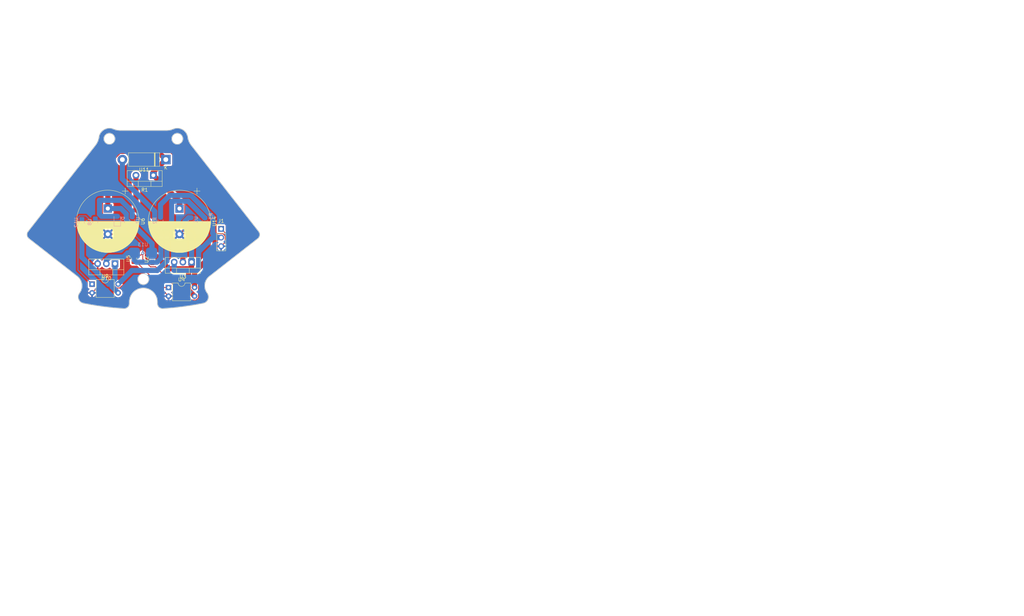
<source format=kicad_pcb>
(kicad_pcb (version 20240108) (generator "pcbnew") (generator_version "8.0")
  (layers (0 "F.Cu" signal) (31 "B.Cu" signal) (34 "B.Paste" user) (35 "F.Paste" user) (36 "B.SilkS" user "B.Silkscreen") (37 "F.SilkS" user "F.Silkscreen") (38 "B.Mask" user) (39 "F.Mask" user) (44 "Edge.Cuts" user))
  (net 0 "")
  (net 1 "GND")
  (net 2 "Net-(D1-A)")
  (net 3 "Net-(U11-K)")
  (net 4 "Net-(U3-D)")
  (net 5 "48V")
  (net 6 "12V")
  (net 7 "Net-(U3-G)")
  (net 8 "Net-(U4-A)")
  (net 9 "Kicker")
  (net 10 "Net-(U9-A)")
  (net 11 "Net-(U10-G)")
  (net 12 "Net-(U10-S)")
  (footprint "Resistor_SMD:R_0805_2012Metric_Pad1.20x1.40mm_HandSolder" (layer "F.Cu") (at 94.13 79.57 90)
    (property "Reference" "U5" (at 0 -1.65 90) (layer "F.SilkS"))
    (property "Value" "210")
    (pad "1" smd roundrect (at -1 0 90) (size 1.2 1.4) (layers "F.Cu" "F.Paste" "F.Mask") (roundrect_rratio 0.2083333333) (net 8 "Net-(U4-A)"))
    (pad "2" smd roundrect (at 1 0 90) (size 1.2 1.4) (layers "F.Cu" "F.Paste" "F.Mask") (roundrect_rratio 0.2083333333) (net 9 "Kicker"))
  )
  (footprint "Resistor_SMD:R_0805_2012Metric_Pad1.20x1.40mm_HandSolder" (layer "F.Cu") (at 99.47 79.89 90)
    (property "Reference" "U2" (at 0 -1.65 -90) (layer "F.SilkS"))
    (property "Value" "115k")
    (pad "1" smd roundrect (at -1 0 90) (size 1.2 1.4) (layers "F.Cu" "F.Paste" "F.Mask") (roundrect_rratio 0.2083333333) (net 1 "GND"))
    (pad "2" smd roundrect (at 1 0 90) (size 1.2 1.4) (layers "F.Cu" "F.Paste" "F.Mask") (roundrect_rratio 0.2083333333) (net 7 "Net-(U3-G)"))
  )
  (footprint "Capacitor_THT:CP_Radial_D18.0mm_P7.50mm" (layer "F.Cu") (at 107.426407 64.957108 -90)
    (property "Reference" "U14" (at 3.75 -10.25 90) (layer "F.SilkS"))
    (property "Value" "2200")
    (pad "1" thru_hole rect (at 0 0 270) (size 2.4 2.4) (drill 1.2) (layers "*.Cu" "*.Mask") (net 3 "Net-(U11-K)"))
    (pad "2" thru_hole circle (at 7.5 0 270) (size 2.4 2.4) (drill 1.2) (layers "*.Cu" "*.Mask") (net 1 "GND"))
  )
  (footprint "Package_DIP:DIP-4_W7.62mm" (layer "F.Cu") (at 81.87 87.075)
    (property "Reference" "U9" (at 3.81 -2.33 0) (layer "F.SilkS"))
    (property "Value" "Oprocoupler")
    (pad "1" thru_hole rect (at 0 0) (size 1.6 1.6) (drill 0.8) (layers "*.Cu" "*.Mask") (net 10 "Net-(U9-A)"))
    (pad "2" thru_hole oval (at 0 2.54) (size 1.6 1.6) (drill 0.8) (layers "*.Cu" "*.Mask") (net 1 "GND"))
    (pad "3" thru_hole oval (at 7.62 2.54) (size 1.6 1.6) (drill 0.8) (layers "*.Cu" "*.Mask") (net 11 "Net-(U10-G)"))
    (pad "4" thru_hole oval (at 7.62 0) (size 1.6 1.6) (drill 0.8) (layers "*.Cu" "*.Mask") (net 6 "12V"))
  )
  (footprint "Diode_THT:D_5W_P12.70mm_Horizontal" (layer "F.Cu") (at 103.43 50.62 180)
    (property "Reference" "U11" (at 6.35 -2.97 0) (layer "F.SilkS"))
    (property "Value" "D")
    (fp_text user "K" (at 0 -2.4 0) (layer "F.SilkS"))
    (pad "1" thru_hole rect (at 0 0 180) (size 2.8 2.8) (drill 1.4) (layers "*.Cu" "*.Mask") (net 3 "Net-(U11-K)"))
    (pad "2" thru_hole oval (at 12.7 0 180) (size 2.8 2.8) (drill 1.4) (layers "*.Cu" "*.Mask") (net 12 "Net-(U10-S)"))
  )
  (footprint "Connector_PinHeader_2.54mm:PinHeader_1x03_P2.54mm_Vertical" (layer "F.Cu") (at 119.61 70.9)
    (property "Reference" "J1" (at 0 -2.33 0) (layer "F.SilkS"))
    (property "Value" "Conn_01x03_Pin")
    (pad "1" thru_hole rect (at 0 0) (size 1.7 1.7) (drill 1) (layers "*.Cu" "*.Mask") (net 9 "Kicker"))
    (pad "2" thru_hole oval (at 0 2.54) (size 1.7 1.7) (drill 1) (layers "*.Cu" "*.Mask") (net 5 "48V"))
    (pad "3" thru_hole oval (at 0 5.08) (size 1.7 1.7) (drill 1) (layers "*.Cu" "*.Mask") (net 1 "GND"))
  )
  (footprint "Package_TO_SOT_THT:TO-220-3_Vertical" (layer "F.Cu") (at 88.58 81.08 180)
    (property "Reference" "U10" (at 2.54 -4.27 0) (layer "F.SilkS"))
    (property "Value" "N channel")
    (pad "1" thru_hole rect (at 0 0 180) (size 1.905 2) (drill 1.1) (layers "*.Cu" "*.Mask") (net 11 "Net-(U10-G)"))
    (pad "2" thru_hole oval (at 2.54 0 180) (size 1.905 2) (drill 1.1) (layers "*.Cu" "*.Mask") (net 12 "Net-(U10-S)"))
    (pad "3" thru_hole oval (at 5.08 0 180) (size 1.905 2) (drill 1.1) (layers "*.Cu" "*.Mask") (net 1 "GND"))
  )
  (footprint "Package_TO_SOT_THT:TO-220-2_Vertical" (layer "F.Cu") (at 99.78 55.215 180)
    (property "Reference" "R1" (at 2.54 -4.27 0) (layer "F.SilkS"))
    (property "Value" "50")
    (pad "1" thru_hole rect (at 0 0 180) (size 2 2) (drill 1.1) (layers "*.Cu" "*.Mask") (net 3 "Net-(U11-K)"))
    (pad "2" thru_hole oval (at 5.08 0 180) (size 2 2) (drill 1.1) (layers "*.Cu" "*.Mask") (net 4 "Net-(U3-D)"))
  )
  (footprint "Package_TO_SOT_THT:TO-220-3_Vertical" (layer "F.Cu") (at 110.96 80.625 180)
    (property "Reference" "U3" (at 2.54 -4.27 0) (layer "F.SilkS"))
    (property "Value" "BSP89")
    (pad "1" thru_hole rect (at 0 0 180) (size 1.905 2) (drill 1.1) (layers "*.Cu" "*.Mask") (net 7 "Net-(U3-G)"))
    (pad "2" thru_hole oval (at 2.54 0 180) (size 1.905 2) (drill 1.1) (layers "*.Cu" "*.Mask") (net 4 "Net-(U3-D)"))
    (pad "3" thru_hole oval (at 5.08 0 180) (size 1.905 2) (drill 1.1) (layers "*.Cu" "*.Mask") (net 5 "48V"))
  )
  (footprint "Package_DIP:DIP-4_W7.62mm" (layer "F.Cu") (at 104.22 88.055)
    (property "Reference" "U4" (at 3.81 -2.33 0) (layer "F.SilkS"))
    (property "Value" "Optocoupler")
    (pad "1" thru_hole rect (at 0 0) (size 1.6 1.6) (drill 0.8) (layers "*.Cu" "*.Mask") (net 8 "Net-(U4-A)"))
    (pad "2" thru_hole oval (at 0 2.54) (size 1.6 1.6) (drill 0.8) (layers "*.Cu" "*.Mask") (net 1 "GND"))
    (pad "3" thru_hole oval (at 7.62 2.54) (size 1.6 1.6) (drill 0.8) (layers "*.Cu" "*.Mask") (net 7 "Net-(U3-G)"))
    (pad "4" thru_hole oval (at 7.62 0) (size 1.6 1.6) (drill 0.8) (layers "*.Cu" "*.Mask") (net 5 "48V"))
  )
  (footprint "Capacitor_THT:CP_Radial_D18.0mm_P7.50mm" (layer "F.Cu") (at 86.476407 64.944888 -90)
    (property "Reference" "U6" (at 3.75 -10.25 90) (layer "F.SilkS"))
    (property "Value" "2200")
    (pad "1" thru_hole rect (at 0 0 270) (size 2.4 2.4) (drill 1.2) (layers "*.Cu" "*.Mask") (net 3 "Net-(U11-K)"))
    (pad "2" thru_hole circle (at 7.5 0 270) (size 2.4 2.4) (drill 1.2) (layers "*.Cu" "*.Mask") (net 1 "GND"))
  )
  (footprint "Resistor_SMD:R_0805_2012Metric_Pad1.20x1.40mm_HandSolder" (layer "B.Cu") (at 101.88 68.49 -90)
    (property "Reference" "R2" (at 0 1.65 90) (layer "B.SilkS") (effects (justify mirror)))
    (property "Value" "90k")
    (pad "1" smd roundrect (at -1 0 270) (size 1.2 1.4) (layers "B.Cu" "B.Paste" "B.Mask") (roundrect_rratio 0.2083333333) (net 5 "48V"))
    (pad "2" smd roundrect (at 1 0 270) (size 1.2 1.4) (layers "B.Cu" "B.Paste" "B.Mask") (roundrect_rratio 0.2083333333) (net 6 "12V"))
  )
  (footprint "LED_SMD:LED_0805_2012Metric_Pad1.15x1.40mm_HandSolder" (layer "B.Cu") (at 89.24 68.245 90)
    (property "Reference" "D1" (at 0 1.65 -90) (layer "B.SilkS") (effects (justify mirror)))
    (property "Value" "LED")
    (pad "1" smd roundrect (at -1.025 0 90) (size 1.15 1.4) (layers "B.Cu" "B.Paste" "B.Mask") (roundrect_rratio 0.2173913043) (net 1 "GND"))
    (pad "2" smd roundrect (at 1.025 0 90) (size 1.15 1.4) (layers "B.Cu" "B.Paste" "B.Mask") (roundrect_rratio 0.2173913043) (net 2 "Net-(D1-A)"))
  )
  (footprint "Resistor_SMD:R_0805_2012Metric_Pad1.20x1.40mm_HandSolder" (layer "B.Cu") (at 110.74 68.62 -90)
    (property "Reference" "U1" (at -0.403593 -1.472888 90) (layer "B.SilkS") (effects (justify mirror)))
    (property "Value" "30k")
    (pad "1" smd roundrect (at -1 0 270) (size 1.2 1.4) (layers "B.Cu" "B.Paste" "B.Mask") (roundrect_rratio 0.2083333333) (net 7 "Net-(U3-G)"))
    (pad "2" smd roundrect (at 1 0 270) (size 1.2 1.4) (layers "B.Cu" "B.Paste" "B.Mask") (roundrect_rratio 0.2083333333) (net 5 "48V"))
  )
  (footprint "Resistor_SMD:R_0805_2012Metric_Pad1.20x1.40mm_HandSolder" (layer "B.Cu") (at 114.85 68.69 -90)
    (property "Reference" "R3" (at -1.524 -1.778 90) (layer "B.SilkS") (effects (justify mirror)))
    (property "Value" "30k")
    (pad "1" smd roundrect (at -1 0 270) (size 1.2 1.4) (layers "B.Cu" "B.Paste" "B.Mask") (roundrect_rratio 0.2083333333) (net 6 "12V"))
    (pad "2" smd roundrect (at 1 0 270) (size 1.2 1.4) (layers "B.Cu" "B.Paste" "B.Mask") (roundrect_rratio 0.2083333333) (net 1 "GND"))
  )
  (footprint "Resistor_SMD:R_0805_2012Metric_Pad1.20x1.40mm_HandSolder" (layer "B.Cu") (at 78.88 69.03 -90)
    (property "Reference" "U12" (at 0 1.65 90) (layer "B.SilkS") (effects (justify mirror)))
    (property "Value" "10K")
    (pad "1" smd roundrect (at -1 0 270) (size 1.2 1.4) (layers "B.Cu" "B.Paste" "B.Mask") (roundrect_rratio 0.2083333333) (net 1 "GND"))
    (pad "2" smd roundrect (at 1 0 270) (size 1.2 1.4) (layers "B.Cu" "B.Paste" "B.Mask") (roundrect_rratio 0.2083333333) (net 11 "Net-(U10-G)"))
  )
  (footprint "Resistor_SMD:R_0805_2012Metric_Pad1.20x1.40mm_HandSolder" (layer "B.Cu") (at 82.82 68.9 -90)
    (property "Reference" "U8" (at 0 1.65 90) (layer "B.SilkS") (effects (justify mirror)))
    (property "Value" "210")
    (pad "1" smd roundrect (at -1 0 270) (size 1.2 1.4) (layers "B.Cu" "B.Paste" "B.Mask") (roundrect_rratio 0.2083333333) (net 9 "Kicker"))
    (pad "2" smd roundrect (at 1 0 270) (size 1.2 1.4) (layers "B.Cu" "B.Paste" "B.Mask") (roundrect_rratio 0.2083333333) (net 10 "Net-(U9-A)"))
  )
  (footprint "Resistor_SMD:R_0805_2012Metric_Pad1.20x1.40mm_HandSolder" (layer "B.Cu") (at 93.54 68.36 -90)
    (property "Reference" "U7" (at 0 -1.778 90) (layer "B.SilkS") (effects (justify mirror)))
    (property "Value" "10k")
    (pad "1" smd roundrect (at -1 0 270) (size 1.2 1.4) (layers "B.Cu" "B.Paste" "B.Mask") (roundrect_rratio 0.2083333333) (net 2 "Net-(D1-A)"))
    (pad "2" smd roundrect (at 1 0 270) (size 1.2 1.4) (layers "B.Cu" "B.Paste" "B.Mask") (roundrect_rratio 0.2083333333) (net 3 "Net-(U11-K)"))
  )
  (footprint "SMDPads:Pads_1x02" (layer "B.Cu") (at 96.74 78.04 180)
    (property "Reference" "U13" (at 0 2.54 0) (layer "B.SilkS") (effects (font (thickness 0.1)) (justify mirror)))
    (property "Value" "Conn_01x02")
    (pad "1" smd roundrect (at -2.54 0 180) (size 3.3 3.3) (layers "B.Cu" "B.Paste" "B.Mask") (net 3 "Net-(U11-K)"))
    (pad "2" smd roundrect (at 2.54 0 180) (size 3.3 3.3) (layers "B.Cu" "B.Paste" "B.Mask") (net 12 "Net-(U10-S)"))
  )
  (gr_arc (start 105.572268 41.682877) (mid 108.306238 41.824464) (end 109.861954 44.077105) (stroke (width 0.2)) (layer "Edge.Cuts"))
  (gr_line (start 103.599446 42.088536) (end 90.133368 42.088536) (stroke (width 0.2)) (layer "Edge.Cuts"))
  (gr_arc (start 79.356 92.674) (mid 77.947519 91.482084) (end 78.20518 89.655035) (stroke (width 0.2)) (layer "Edge.Cuts"))
  (gr_line (start 130.311986 73.746395) (end 116.170986 84.794555) (stroke (width 0.2)) (layer "Edge.Cuts"))
  (gr_arc (start 77.561828 84.794555) (mid 78.87675 87.093327) (end 78.20518 89.655035) (stroke (width 0.2)) (layer "Edge.Cuts"))
  (gr_circle (center 96.866407 85.613553) (end 96.866407 87.213553) (stroke (width 0.2)) (fill none) (layer "Edge.Cuts"))
  (gr_line (start 92.766407 92.734169) (end 92.766407 92.313553) (stroke (width 0.2)) (layer "Edge.Cuts"))
  (gr_arc (start 63.420828 73.746395) (mid 62.855508 72.747188) (end 63.162304 71.640887) (stroke (width 0.2)) (layer "Edge.Cuts"))
  (gr_arc (start 92.766407 92.734169) (mid 92.292576 93.828268) (end 91.170407 94.231094) (stroke (width 0.2)) (layer "Edge.Cuts"))
  (gr_arc (start 92.766407 92.313553) (mid 96.866407 88.213558) (end 100.966407 92.313553) (stroke (width 0.2)) (layer "Edge.Cuts"))
  (gr_arc (start 83.87086 44.077105) (mid 85.426575 41.824472) (end 88.160546 41.682877) (stroke (width 0.2)) (layer "Edge.Cuts"))
  (gr_arc (start 114.376814 92.674) (mid 108.4957 93.650504) (end 102.562407 94.231094) (stroke (width 0.2)) (layer "Edge.Cuts"))
  (gr_circle (center 106.795417 44.531369) (end 106.795417 46.131369) (stroke (width 0.2)) (fill none) (layer "Edge.Cuts"))
  (gr_line (start 82.864888 46.42273) (end 63.162304 71.640887) (stroke (width 0.2)) (layer "Edge.Cuts"))
  (gr_arc (start 91.170407 94.231094) (mid 85.237113 93.650505) (end 79.356 92.674) (stroke (width 0.2)) (layer "Edge.Cuts"))
  (gr_arc (start 90.133368 42.088536) (mid 89.126319 41.986072) (end 88.160546 41.682877) (stroke (width 0.2)) (layer "Edge.Cuts"))
  (gr_circle (center 86.937397 44.531369) (end 86.937397 46.131369) (stroke (width 0.2)) (fill none) (layer "Edge.Cuts"))
  (gr_line (start 110.867926 46.42273) (end 130.57051 71.640887) (stroke (width 0.2)) (layer "Edge.Cuts"))
  (gr_arc (start 83.87086 44.077105) (mid 83.520046 45.315179) (end 82.864888 46.42273) (stroke (width 0.2)) (layer "Edge.Cuts"))
  (gr_arc (start 110.867926 46.42273) (mid 110.212761 45.315184) (end 109.861954 44.077105) (stroke (width 0.2)) (layer "Edge.Cuts"))
  (gr_arc (start 115.527634 89.655035) (mid 115.785299 91.482088) (end 114.376814 92.674) (stroke (width 0.2)) (layer "Edge.Cuts"))
  (gr_arc (start 105.572268 41.682877) (mid 104.606494 41.986064) (end 103.599446 42.088536) (stroke (width 0.2)) (layer "Edge.Cuts"))
  (gr_arc (start 102.562407 94.231094) (mid 101.440255 93.828245) (end 100.966407 92.734169) (stroke (width 0.2)) (layer "Edge.Cuts"))
  (gr_line (start 100.966407 92.734169) (end 100.966407 92.313553) (stroke (width 0.2)) (layer "Edge.Cuts"))
  (gr_line (start 63.420828 73.746395) (end 77.561828 84.794555) (stroke (width 0.2)) (layer "Edge.Cuts"))
  (gr_arc (start 115.527634 89.655035) (mid 114.856069 87.093328) (end 116.170986 84.794555) (stroke (width 0.2)) (layer "Edge.Cuts"))
  (gr_arc (start 130.57051 71.640887) (mid 130.877329 72.747191) (end 130.311986 73.746395) (stroke (width 0.2)) (layer "Edge.Cuts"))
  (segment (start 104.22 90.595) (end 103.115 89.49) (width 0.25) (layer "F.Cu") (net 1))
  (segment (start 83.5 87.985) (end 83.5 81.08) (width 0.25) (layer "F.Cu") (net 1))
  (segment (start 84.951407 70.919888) (end 86.476407 72.444888) (width 0.25) (layer "F.Cu") (net 1))
  (segment (start 92.184888 72.444888) (end 86.476407 72.444888) (width 0.25) (layer "F.Cu") (net 1))
  (segment (start 81.87 89.615) (end 83.5 87.985) (width 0.25) (layer "F.Cu") (net 1))
  (segment (start 120.785 74.805) (end 120.785 72.953299) (width 0.25) (layer "F.Cu") (net 1))
  (segment (start 97.425 78.845) (end 97.425 77.685) (width 0.25) (layer "F.Cu") (net 1))
  (segment (start 89.955991 88.2) (end 89.024009 88.2) (width 0.25) (layer "F.Cu") (net 1))
  (segment (start 119.61 75.98) (end 120.785 74.805) (width 0.25) (layer "F.Cu") (net 1))
  (segment (start 107.618515 72.265) (end 107.426407 72.457108) (width 0.25) (layer "F.Cu") (net 1))
  (segment (start 120.096701 72.265) (end 107.618515 72.265) (width 0.25) (layer "F.Cu") (net 1))
  (segment (start 101.95 89.49) (end 100.000991 87.540991) (width 0.25) (layer "F.Cu") (net 1))
  (segment (start 90.615 87.540991) (end 89.955991 88.2) (width 0.25) (layer "F.Cu") (net 1))
  (segment (start 108.951407 70.932108) (end 108.951407 52.691407) (width 0.25) (layer "F.Cu") (net 1))
  (segment (start 89.205001 47.124999) (end 84.951407 51.378593) (width 0.25) (layer "F.Cu") (net 1))
  (segment (start 97.425 77.685) (end 92.184888 72.444888) (width 0.25) (layer "F.Cu") (net 1))
  (segment (start 107.426407 72.457108) (end 108.951407 70.932108) (width 0.25) (layer "F.Cu") (net 1))
  (segment (start 103.384999 47.124999) (end 89.205001 47.124999) (width 0.25) (layer "F.Cu") (net 1))
  (segment (start 103.115 89.49) (end 101.95 89.49) (width 0.25) (layer "F.Cu") (net 1))
  (segment (start 83.5 82.675991) (end 83.5 81.08) (width 0.25) (layer "F.Cu") (net 1))
  (segment (start 83.5 75.421295) (end 86.476407 72.444888) (width 0.25) (layer "F.Cu") (net 1))
  (segment (start 108.951407 52.691407) (end 103.384999 47.124999) (width 0.25) (layer "F.Cu") (net 1))
  (segment (start 89.024009 88.2) (end 83.5 82.675991) (width 0.25) (layer "F.Cu") (net 1))
  (segment (start 99.47 80.89) (end 97.425 78.845) (width 0.25) (layer "F.Cu") (net 1))
  (segment (start 84.951407 51.378593) (end 84.951407 70.919888) (width 0.25) (layer "F.Cu") (net 1))
  (segment (start 120.785 72.953299) (end 120.096701 72.265) (width 0.25) (layer "F.Cu") (net 1))
  (segment (start 83.5 81.08) (end 83.5 75.421295) (width 0.25) (layer "F.Cu") (net 1))
  (segment (start 100.000991 87.540991) (end 90.615 87.540991) (width 0.25) (layer "F.Cu") (net 1))
  (segment (start 83.37505 70.96505) (end 82.7851 71.555) (width 0.25) (layer "B.Cu") (net 1))
  (segment (start 107.426407 68.713313) (end 109.59472 66.545) (width 0.25) (layer "B.Cu") (net 1))
  (segment (start 79.975 69.125) (end 78.88 68.03) (width 0.25) (layer "B.Cu") (net 1))
  (segment (start 109.59472 66.545) (end 111.705 66.545) (width 0.25) (layer "B.Cu") (net 1))
  (segment (start 111.705 66.545) (end 114.85 69.69) (width 0.25) (layer "B.Cu") (net 1))
  (segment (start 80.60472 71.555) (end 79.975 70.92528) (width 0.25) (layer "B.Cu") (net 1))
  (segment (start 89.24 69.27) (end 88.794999 68.824999) (width 0.25) (layer "B.Cu") (net 1))
  (segment (start 84.996569 70.96505) (end 83.37505 70.96505) (width 0.25) (layer "B.Cu") (net 1))
  (segment (start 79.975 70.92528) (end 79.975 69.125) (width 0.25) (layer "B.Cu") (net 1))
  (segment (start 83.365099 68.824999) (end 83.895001 69.354901) (width 0.25) (layer "B.Cu") (net 1))
  (segment (start 83.895001 69.354901) (end 83.895001 70.445099) (width 0.25) (layer "B.Cu") (net 1))
  (segment (start 82.7851 71.555) (end 80.60472 71.555) (width 0.25) (layer "B.Cu") (net 1))
  (segment (start 107.426407 72.457108) (end 107.426407 68.713313) (width 0.25) (layer "B.Cu") (net 1))
  (segment (start 86.476407 72.444888) (end 84.996569 70.96505) (width 0.25) (layer "B.Cu") (net 1))
  (segment (start 83.895001 70.445099) (end 83.37505 70.96505) (width 0.25) (layer "B.Cu") (net 1))
  (segment (start 88.794999 68.824999) (end 83.365099 68.824999) (width 0.25) (layer "B.Cu") (net 1))
  (segment (start 93.59 65.801853) (end 93.59 67.36) (width 1.5) (layer "B.Cu") (net 2))
  (segment (start 84.03 62.54) (end 90.328148 62.54) (width 1.5) (layer "B.Cu") (net 2))
  (segment (start 84.643984 67.22) (end 84.03 66.606016) (width 1.5) (layer "B.Cu") (net 2))
  (segment (start 84.03 66.606016) (end 84.03 62.54) (width 1.5) (layer "B.Cu") (net 2))
  (segment (start 89.24 67.22) (end 84.643984 67.22) (width 1.5) (layer "B.Cu") (net 2))
  (segment (start 90.328148 62.54) (end 93.59 65.801853) (width 1.5) (layer "B.Cu") (net 2))
  (segment (start 89.826598 48.2) (end 101.01 48.2) (width 1.5) (layer "F.Cu") (net 3))
  (segment (start 86.476407 51.550191) (end 89.826598 48.2) (width 1.5) (layer "F.Cu") (net 3))
  (segment (start 99.78 54.27) (end 103.43 50.62) (width 1.5) (layer "F.Cu") (net 3))
  (segment (start 101.01 48.2) (end 103.43 50.62) (width 1.5) (layer "F.Cu") (net 3))
  (segment (start 99.78 55.215) (end 99.78 54.27) (width 1.5) (layer "F.Cu") (net 3))
  (segment (start 107.426407 64.957108) (end 107.426407 62.861407) (width 1.5) (layer "F.Cu") (net 3))
  (segment (start 86.476407 64.944888) (end 86.476407 51.550191) (width 1.5) (layer "F.Cu") (net 3))
  (segment (start 107.426407 62.861407) (end 99.78 55.215) (width 1.5) (layer "F.Cu") (net 3))
  (segment (start 86.476407 64.944888) (end 90.328872 64.944888) (width 1.5) (layer "B.Cu") (net 3))
  (segment (start 99.406407 77.913593) (end 99.406407 75.226407) (width 1.5) (layer "B.Cu") (net 3))
  (segment (start 93.036016 69.36) (end 93.54 69.36) (width 1.5) (layer "B.Cu") (net 3))
  (segment (start 91.89 66.506016) (end 91.89 68.213984) (width 1.5) (layer "B.Cu") (net 3))
  (segment (start 90.328872 64.944888) (end 91.89 66.506016) (width 1.5) (layer "B.Cu") (net 3))
  (segment (start 99.406407 75.226407) (end 93.54 69.36) (width 1.5) (layer "B.Cu") (net 3))
  (segment (start 99.28 78.04) (end 99.406407 77.913593) (width 1.5) (layer "B.Cu") (net 3))
  (segment (start 91.89 68.213984) (end 93.036016 69.36) (width 1.5) (layer "B.Cu") (net 3))
  (segment (start 108.42 80.625) (end 108.42 78.89) (width 1.5) (layer "F.Cu") (net 4))
  (segment (start 108.42 78.89) (end 94.7 65.17) (width 1.5) (layer "F.Cu") (net 4))
  (segment (start 94.7 65.17) (end 94.7 55.215) (width 1.5) (layer "F.Cu") (net 4))
  (segment (start 117.81 74.037919) (end 118.407919 73.44) (width 1.5) (layer "F.Cu") (net 5))
  (segment (start 111.84 88.055) (end 111.84 83.5975) (width 1.5) (layer "F.Cu") (net 5))
  (segment (start 111.84 83.5975) (end 117.81 77.6275) (width 1.5) (layer "F.Cu") (net 5))
  (segment (start 118.407919 73.44) (end 119.61 73.44) (width 1.5) (layer "F.Cu") (net 5))
  (segment (start 117.81 77.6275) (end 117.81 74.037919) (width 1.5) (layer "F.Cu") (net 5))
  (segment (start 113.02 77.58) (end 113.02 71.9) (width 1.5) (layer "B.Cu") (net 5))
  (segment (start 113.02 71.9) (end 110.74 69.62) (width 1.5) (layer "B.Cu") (net 5))
  (segment (start 113.02 82.4175) (end 113.02 77.58) (width 1.5) (layer "B.Cu") (net 5))
  (segment (start 117.16 72.192081) (end 118.407919 73.44) (width 1.5) (layer "B.Cu") (net 5))
  (segment (start 117.16 73.44) (end 119.61 73.44) (width 1.5) (layer "B.Cu") (net 5))
  (segment (start 113.02 77.58) (end 117.16 73.44) (width 1.5) (layer "B.Cu") (net 5))
  (segment (start 105.88 83.03) (end 112.4075 83.03) (width 1.5) (layer "B.Cu") (net 5))
  (segment (start 112.4075 83.03) (end 113.02 82.4175) (width 1.5) (layer "B.Cu") (net 5))
  (segment (start 105.88 80.625) (end 105.88 83.03) (width 1.5) (layer "B.Cu") (net 5))
  (segment (start 110.771092 61.107108) (end 117.16 67.496016) (width 1.5) (layer "B.Cu") (net 5))
  (segment (start 117.16 67.496016) (end 117.16 72.192081) (width 1.5) (layer "B.Cu") (net 5))
  (segment (start 104.572244 61.107108) (end 110.771092 61.107108) (width 1.5) (layer "B.Cu") (net 5))
  (segment (start 101.88 67.49) (end 101.88 63.799351) (width 1.5) (layer "B.Cu") (net 5))
  (segment (start 101.88 63.799351) (end 104.572244 61.107108) (width 1.5) (layer "B.Cu") (net 5))
  (segment (start 118.407919 73.44) (end 119.61 73.44) (width 1.5) (layer "B.Cu") (net 5))
  (segment (start 105.276407 62.807108) (end 105.14 62.943515) (width 1.5) (layer "B.Cu") (net 6))
  (segment (start 103.706407 80.313593) (end 100.95 83.07) (width 1.5) (layer "B.Cu") (net 6))
  (segment (start 105.14 62.943515) (end 105.14 68.82) (width 1.5) (layer "B.Cu") (net 6))
  (segment (start 93.495 83.07) (end 89.49 87.075) (width 1.5) (layer "B.Cu") (net 6))
  (segment (start 114.85 67.69) (end 109.967108 62.807108) (width 1.5) (layer "B.Cu") (net 6))
  (segment (start 101.88 69.49) (end 103.706407 71.316407) (width 1.5) (layer "B.Cu") (net 6))
  (segment (start 104.47 69.49) (end 101.88 69.49) (width 1.5) (layer "B.Cu") (net 6))
  (segment (start 103.706407 71.316407) (end 103.706407 80.313593) (width 1.5) (layer "B.Cu") (net 6))
  (segment (start 105.14 68.82) (end 104.47 69.49) (width 1.5) (layer "B.Cu") (net 6))
  (segment (start 109.967108 62.807108) (end 105.276407 62.807108) (width 1.5) (layer "B.Cu") (net 6))
  (segment (start 100.95 83.07) (end 93.495 83.07) (width 1.5) (layer "B.Cu") (net 6))
  (segment (start 110.09 88.845) (end 110.09 83.375) (width 1.5) (layer "F.Cu") (net 7))
  (segment (start 104.285 82.575) (end 100.6 78.89) (width 1.5) (layer "F.Cu") (net 7))
  (segment (start 110.96 82.073336) (end 110.458336 82.575) (width 1.5) (layer "F.Cu") (net 7))
  (segment (start 110.09 83.375) (end 109.29 82.575) (width 1.5) (layer "F.Cu") (net 7))
  (segment (start 100.6 78.89) (end 99.47 78.89) (width 1.5) (layer "F.Cu") (net 7))
  (segment (start 111.84 90.595) (end 110.09 88.845) (width 1.5) (layer "F.Cu") (net 7))
  (segment (start 109.29 82.575) (end 104.285 82.575) (width 1.5) (layer "F.Cu") (net 7))
  (segment (start 110.458336 82.575) (end 109.29 82.575) (width 1.5) (layer "F.Cu") (net 7))
  (segment (start 110.96 80.625) (end 110.96 82.073336) (width 1.5) (layer "F.Cu") (net 7))
  (segment (start 110.04 67.62) (end 109.04 68.62) (width 1.5) (layer "B.Cu") (net 7))
  (segment (start 110.74 67.62) (end 110.04 67.62) (width 1.5) (layer "B.Cu") (net 7))
  (segment (start 110.96 72.950141) (end 110.96 80.625) (width 1.5) (layer "B.Cu") (net 7))
  (segment (start 109.04 68.62) (end 109.04 71.030141) (width 1.5) (layer "B.Cu") (net 7))
  (segment (start 109.04 71.030141) (end 110.96 72.950141) (width 1.5) (layer "B.Cu") (net 7))
  (segment (start 94.83 80.57) (end 102.315 88.055) (width 0.25) (layer "F.Cu") (net 8))
  (segment (start 94.13 80.57) (end 94.83 80.57) (width 0.25) (layer "F.Cu") (net 8))
  (segment (start 102.315 88.055) (end 104.22 88.055) (width 0.25) (layer "F.Cu") (net 8))
  (segment (start 98.9499 81.99) (end 96.7 79.7401) (width 0.25) (layer "F.Cu") (net 9))
  (segment (start 94.13 78.57) (end 96.15 78.57) (width 0.25) (layer "F.Cu") (net 9))
  (segment (start 112.965 91.060991) (end 112.305991 91.72) (width 0.25) (layer "F.Cu") (net 9))
  (segment (start 121.235 72.525) (end 121.235 77.15) (width 0.25) (layer "F.Cu") (net 9))
  (segment (start 119.61 70.9) (end 121.235 72.525) (width 0.25) (layer "F.Cu") (net 9))
  (segment (start 96.7 79.7401) (end 96.7 78.02) (width 0.25) (layer "F.Cu") (net 9))
  (segment (start 100.44 81.99) (end 98.9499 81.99) (width 0.25) (layer "F.Cu") (net 9))
  (segment (start 96.15 78.57) (end 96.7 78.02) (width 0.25) (layer "F.Cu") (net 9))
  (segment (start 112.305991 91.72) (end 110.17 91.72) (width 0.25) (layer "F.Cu") (net 9))
  (segment (start 121.235 77.15) (end 112.965 85.42) (width 0.25) (layer "F.Cu") (net 9))
  (segment (start 112.965 85.42) (end 112.965 91.060991) (width 0.25) (layer "F.Cu") (net 9))
  (segment (start 110.17 91.72) (end 100.44 81.99) (width 0.25) (layer "F.Cu") (net 9))
  (via (at 96.7 78.02) (size 0.8) (drill 0.4) (layers "F.Cu" "B.Cu") (net 9))
  (segment (start 96.7 78.02) (end 96.7 78) (width 0.25) (layer "B.Cu") (net 9))
  (segment (start 89.9351 68.37) (end 96.7 75.1349) (width 0.25) (layer "B.Cu") (net 9))
  (segment (start 96.7 75.1349) (end 96.7 78.02) (width 0.25) (layer "B.Cu") (net 9))
  (segment (start 82.82 67.9) (end 83.29 68.37) (width 0.25) (layer "B.Cu") (net 9))
  (segment (start 83.29 68.37) (end 89.9351 68.37) (width 0.25) (layer "B.Cu") (net 9))
  (segment (start 80.025 67.105) (end 78.1849 67.105) (width 0.25) (layer "B.Cu") (net 10))
  (segment (start 78.1849 67.105) (end 77.73 67.5599) (width 0.25) (layer "B.Cu") (net 10))
  (segment (start 82.82 69.9) (end 80.025 67.105) (width 0.25) (layer "B.Cu") (net 10))
  (segment (start 77.73 82.935) (end 81.87 87.075) (width 0.25) (layer "B.Cu") (net 10))
  (segment (start 77.73 67.5599) (end 77.73 82.935) (width 0.25) (layer "B.Cu") (net 10))
  (segment (start 88.58 81.08) (end 88.58 85.510126) (width 1.5) (layer "B.Cu") (net 11))
  (segment (start 86.761959 87.08) (end 78.88 79.198041) (width 1.5) (layer "B.Cu") (net 11))
  (segment (start 78.88 79.198041) (end 78.88 70.03) (width 1.5) (layer "B.Cu") (net 11))
  (segment (start 87.74 87.865) (end 89.49 89.615) (width 1.5) (layer "B.Cu") (net 11))
  (segment (start 87.74 87.08) (end 86.761959 87.08) (width 1.5) (layer "B.Cu") (net 11))
  (segment (start 87.74 87.08) (end 87.74 87.865) (width 1.5) (layer "B.Cu") (net 11))
  (segment (start 88.58 85.510126) (end 87.74 86.350126) (width 1.5) (layer "B.Cu") (net 11))
  (segment (start 87.74 86.350126) (end 87.74 87.08) (width 1.5) (layer "B.Cu") (net 11))
  (segment (start 94.825519 80.64) (end 100.84711 80.64) (width 1.5) (layer "B.Cu") (net 12))
  (segment (start 91.07 79.13) (end 92.26 77.94) (width 1.5) (layer "B.Cu") (net 12))
  (segment (start 92.26 77.94) (end 94.1 77.94) (width 1.5) (layer "B.Cu") (net 12))
  (segment (start 86.04 81.08) (end 86.04 80.0975) (width 1.5) (layer "B.Cu") (net 12))
  (segment (start 100.84711 80.64) (end 102.006407 79.480703) (width 1.5) (layer "B.Cu") (net 12))
  (segment (start 100.18 70.293984) (end 100.18 65.77) (width 1.5) (layer "B.Cu") (net 12))
  (segment (start 90.73 56.32) (end 90.73 50.62) (width 1.5) (layer "B.Cu") (net 12))
  (segment (start 102.006407 72.020571) (end 101.025836 71.04) (width 1.5) (layer "B.Cu") (net 12))
  (segment (start 94.1 77.94) (end 94.2 78.04) (width 1.5) (layer "B.Cu") (net 12))
  (segment (start 100.18 65.77) (end 90.73 56.32) (width 1.5) (layer "B.Cu") (net 12))
  (segment (start 102.006407 79.480703) (end 102.006407 72.020571) (width 1.5) (layer "B.Cu") (net 12))
  (segment (start 101.025836 71.04) (end 100.926016 71.04) (width 1.5) (layer "B.Cu") (net 12))
  (segment (start 94.2 80.014481) (end 94.825519 80.64) (width 1.5) (layer "B.Cu") (net 12))
  (segment (start 86.04 80.0975) (end 87.0075 79.13) (width 1.5) (layer "B.Cu") (net 12))
  (segment (start 100.926016 71.04) (end 100.18 70.293984) (width 1.5) (layer "B.Cu") (net 12))
  (segment (start 87.0075 79.13) (end 91.07 79.13) (width 1.5) (layer "B.Cu") (net 12))
  (segment (start 94.2 78.04) (end 94.2 80.014481) (width 1.5) (layer "B.Cu") (net 12))
  (zone (net 1) (net_name "GND") (layers "F&B.Cu") (connect_pads (clearance 0.5)) (min_thickness 0.25) (fill yes (thermal_gap 0.5) (thermal_bridge_width 0.5))
    (polygon (pts (xy 54.950488 95.73857) (xy 59.776488 37.31857) (xy 142.326488 36.81057) (xy 137.246488 104.37457)))
  )
)
</source>
